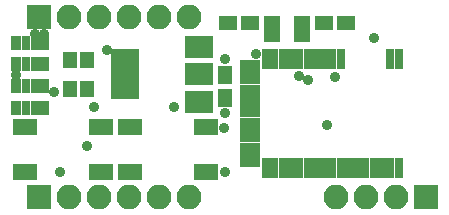
<source format=gts>
G04 #@! TF.FileFunction,Soldermask,Top*
%FSLAX46Y46*%
G04 Gerber Fmt 4.6, Leading zero omitted, Abs format (unit mm)*
G04 Created by KiCad (PCBNEW 4.0.7) date 06/20/18 00:36:37*
%MOMM*%
%LPD*%
G01*
G04 APERTURE LIST*
%ADD10C,0.100000*%
%ADD11R,1.600000X1.150000*%
%ADD12R,1.150000X1.600000*%
%ADD13R,1.200000X1.400000*%
%ADD14R,2.100000X2.100000*%
%ADD15O,2.100000X2.100000*%
%ADD16R,0.900000X1.200000*%
%ADD17R,0.800000X1.200000*%
%ADD18R,1.800000X0.800000*%
%ADD19R,0.800000X1.800000*%
%ADD20R,1.400000X2.200000*%
%ADD21R,2.000000X1.400000*%
%ADD22R,2.400000X4.200000*%
%ADD23R,2.400000X1.900000*%
%ADD24C,0.900000*%
G04 APERTURE END LIST*
D10*
D11*
X95189000Y-53848000D03*
X97089000Y-53848000D03*
X88961000Y-53848000D03*
X87061000Y-53848000D03*
D12*
X86868000Y-60132000D03*
X86868000Y-58232000D03*
D13*
X73722000Y-59416000D03*
X73722000Y-56916000D03*
X75122000Y-56916000D03*
X75122000Y-59416000D03*
D14*
X71120000Y-68580000D03*
D15*
X73660000Y-68580000D03*
X76200000Y-68580000D03*
X78740000Y-68580000D03*
X81280000Y-68580000D03*
X83820000Y-68580000D03*
D14*
X71120000Y-53340000D03*
D15*
X73660000Y-53340000D03*
X76200000Y-53340000D03*
X78740000Y-53340000D03*
X81280000Y-53340000D03*
X83820000Y-53340000D03*
D16*
X71558000Y-59171000D03*
D17*
X69958000Y-59171000D03*
X70758000Y-59171000D03*
D16*
X69158000Y-59171000D03*
D17*
X70758000Y-60971000D03*
D16*
X71558000Y-60971000D03*
D17*
X69958000Y-60971000D03*
D16*
X69158000Y-60971000D03*
X69158000Y-57288000D03*
D17*
X70758000Y-57288000D03*
X69958000Y-57288000D03*
D16*
X71558000Y-57288000D03*
D17*
X69958000Y-55488000D03*
D16*
X69158000Y-55488000D03*
D17*
X70758000Y-55488000D03*
D16*
X71558000Y-55488000D03*
D18*
X88936000Y-58668000D03*
D19*
X101536000Y-56868000D03*
X100836000Y-56868000D03*
X96636000Y-56868000D03*
X95936000Y-56868000D03*
X95236000Y-56868000D03*
X94536000Y-56868000D03*
X93836000Y-56868000D03*
X93136000Y-56868000D03*
X92436000Y-56868000D03*
X91736000Y-56868000D03*
X91036000Y-56868000D03*
X90336000Y-56868000D03*
D18*
X88936000Y-57268000D03*
X88936000Y-57968000D03*
X88936000Y-59368000D03*
X88936000Y-60068000D03*
X88936000Y-60768000D03*
X88936000Y-61468000D03*
X88936000Y-62168000D03*
X88936000Y-62868000D03*
X88936000Y-63568000D03*
X88936000Y-64268000D03*
X88936000Y-64968000D03*
X88936000Y-65668000D03*
D19*
X90336000Y-66068000D03*
X91036000Y-66068000D03*
X91736000Y-66068000D03*
X92436000Y-66068000D03*
X93136000Y-66068000D03*
X93836000Y-66068000D03*
X94536000Y-66068000D03*
X95236000Y-66068000D03*
X95936000Y-66068000D03*
X96636000Y-66068000D03*
X97336000Y-66068000D03*
X98036000Y-66068000D03*
X98736000Y-66068000D03*
X99436000Y-66068000D03*
X100136000Y-66068000D03*
X100836000Y-66068000D03*
X101536000Y-66068000D03*
D20*
X93325000Y-54356000D03*
X90825000Y-54356000D03*
D14*
X103886000Y-68580000D03*
D15*
X101346000Y-68580000D03*
X98806000Y-68580000D03*
X96266000Y-68580000D03*
D21*
X69952000Y-62616000D03*
X76352000Y-62616000D03*
X76352000Y-66416000D03*
X69952000Y-66416000D03*
X78842000Y-62616000D03*
X85242000Y-62616000D03*
X85242000Y-66416000D03*
X78842000Y-66416000D03*
D22*
X78384000Y-58166000D03*
D23*
X84684000Y-58166000D03*
X84684000Y-55866000D03*
X84684000Y-60466000D03*
D24*
X95504000Y-62484000D03*
X99463500Y-55095500D03*
X72898000Y-66416000D03*
X86804500Y-66421000D03*
X82486500Y-60960000D03*
X75755500Y-60960000D03*
X86868000Y-56832500D03*
X86868000Y-61468000D03*
X96139000Y-58420000D03*
X93840000Y-58596000D03*
X75184000Y-64262000D03*
X69151500Y-58229500D03*
X86741000Y-62738000D03*
X89433400Y-56464200D03*
X76835000Y-56134000D03*
X71551800Y-54724300D03*
X70751700Y-54724300D03*
X72370000Y-59636000D03*
X93140000Y-58326000D03*
M02*

</source>
